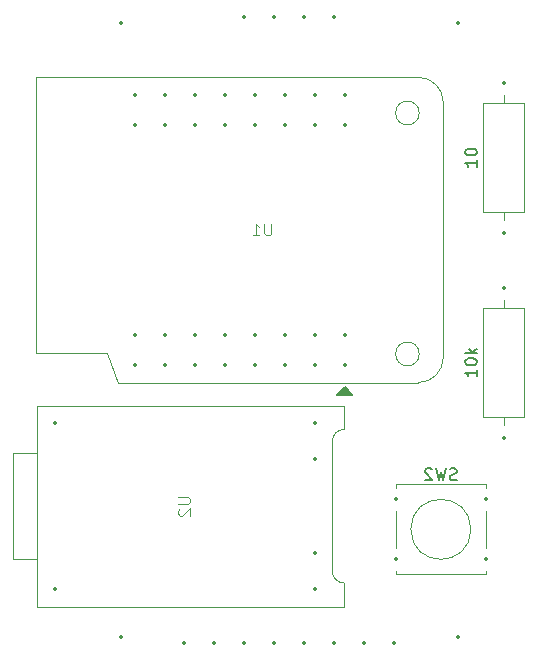
<source format=gbr>
%TF.GenerationSoftware,KiCad,Pcbnew,8.99.0-3407-g6a48e2c35a*%
%TF.CreationDate,2024-12-24T09:15:54+07:00*%
%TF.ProjectId,weather-dashboard,77656174-6865-4722-9d64-617368626f61,rev?*%
%TF.SameCoordinates,Original*%
%TF.FileFunction,Legend,Bot*%
%TF.FilePolarity,Positive*%
%FSLAX46Y46*%
G04 Gerber Fmt 4.6, Leading zero omitted, Abs format (unit mm)*
G04 Created by KiCad (PCBNEW 8.99.0-3407-g6a48e2c35a) date 2024-12-24 09:15:54*
%MOMM*%
%LPD*%
G01*
G04 APERTURE LIST*
%ADD10C,0.100000*%
%ADD11C,0.150000*%
%ADD12C,0.120000*%
%ADD13C,0.350000*%
G04 APERTURE END LIST*
D10*
X163457419Y-84238095D02*
X164266942Y-84238095D01*
X164266942Y-84238095D02*
X164362180Y-84285714D01*
X164362180Y-84285714D02*
X164409800Y-84333333D01*
X164409800Y-84333333D02*
X164457419Y-84428571D01*
X164457419Y-84428571D02*
X164457419Y-84619047D01*
X164457419Y-84619047D02*
X164409800Y-84714285D01*
X164409800Y-84714285D02*
X164362180Y-84761904D01*
X164362180Y-84761904D02*
X164266942Y-84809523D01*
X164266942Y-84809523D02*
X163457419Y-84809523D01*
X163552657Y-85238095D02*
X163505038Y-85285714D01*
X163505038Y-85285714D02*
X163457419Y-85380952D01*
X163457419Y-85380952D02*
X163457419Y-85619047D01*
X163457419Y-85619047D02*
X163505038Y-85714285D01*
X163505038Y-85714285D02*
X163552657Y-85761904D01*
X163552657Y-85761904D02*
X163647895Y-85809523D01*
X163647895Y-85809523D02*
X163743133Y-85809523D01*
X163743133Y-85809523D02*
X163885990Y-85761904D01*
X163885990Y-85761904D02*
X164457419Y-85190476D01*
X164457419Y-85190476D02*
X164457419Y-85809523D01*
D11*
X188734819Y-55690476D02*
X188734819Y-56261904D01*
X188734819Y-55976190D02*
X187734819Y-55976190D01*
X187734819Y-55976190D02*
X187877676Y-56071428D01*
X187877676Y-56071428D02*
X187972914Y-56166666D01*
X187972914Y-56166666D02*
X188020533Y-56261904D01*
X187734819Y-55071428D02*
X187734819Y-54976190D01*
X187734819Y-54976190D02*
X187782438Y-54880952D01*
X187782438Y-54880952D02*
X187830057Y-54833333D01*
X187830057Y-54833333D02*
X187925295Y-54785714D01*
X187925295Y-54785714D02*
X188115771Y-54738095D01*
X188115771Y-54738095D02*
X188353866Y-54738095D01*
X188353866Y-54738095D02*
X188544342Y-54785714D01*
X188544342Y-54785714D02*
X188639580Y-54833333D01*
X188639580Y-54833333D02*
X188687200Y-54880952D01*
X188687200Y-54880952D02*
X188734819Y-54976190D01*
X188734819Y-54976190D02*
X188734819Y-55071428D01*
X188734819Y-55071428D02*
X188687200Y-55166666D01*
X188687200Y-55166666D02*
X188639580Y-55214285D01*
X188639580Y-55214285D02*
X188544342Y-55261904D01*
X188544342Y-55261904D02*
X188353866Y-55309523D01*
X188353866Y-55309523D02*
X188115771Y-55309523D01*
X188115771Y-55309523D02*
X187925295Y-55261904D01*
X187925295Y-55261904D02*
X187830057Y-55214285D01*
X187830057Y-55214285D02*
X187782438Y-55166666D01*
X187782438Y-55166666D02*
X187734819Y-55071428D01*
X188734819Y-73445238D02*
X188734819Y-74016666D01*
X188734819Y-73730952D02*
X187734819Y-73730952D01*
X187734819Y-73730952D02*
X187877676Y-73826190D01*
X187877676Y-73826190D02*
X187972914Y-73921428D01*
X187972914Y-73921428D02*
X188020533Y-74016666D01*
X187734819Y-72826190D02*
X187734819Y-72730952D01*
X187734819Y-72730952D02*
X187782438Y-72635714D01*
X187782438Y-72635714D02*
X187830057Y-72588095D01*
X187830057Y-72588095D02*
X187925295Y-72540476D01*
X187925295Y-72540476D02*
X188115771Y-72492857D01*
X188115771Y-72492857D02*
X188353866Y-72492857D01*
X188353866Y-72492857D02*
X188544342Y-72540476D01*
X188544342Y-72540476D02*
X188639580Y-72588095D01*
X188639580Y-72588095D02*
X188687200Y-72635714D01*
X188687200Y-72635714D02*
X188734819Y-72730952D01*
X188734819Y-72730952D02*
X188734819Y-72826190D01*
X188734819Y-72826190D02*
X188687200Y-72921428D01*
X188687200Y-72921428D02*
X188639580Y-72969047D01*
X188639580Y-72969047D02*
X188544342Y-73016666D01*
X188544342Y-73016666D02*
X188353866Y-73064285D01*
X188353866Y-73064285D02*
X188115771Y-73064285D01*
X188115771Y-73064285D02*
X187925295Y-73016666D01*
X187925295Y-73016666D02*
X187830057Y-72969047D01*
X187830057Y-72969047D02*
X187782438Y-72921428D01*
X187782438Y-72921428D02*
X187734819Y-72826190D01*
X188734819Y-72064285D02*
X187734819Y-72064285D01*
X188353866Y-71969047D02*
X188734819Y-71683333D01*
X188068152Y-71683333D02*
X188449104Y-72064285D01*
D10*
X171321904Y-61067419D02*
X171321904Y-61876942D01*
X171321904Y-61876942D02*
X171274285Y-61972180D01*
X171274285Y-61972180D02*
X171226666Y-62019800D01*
X171226666Y-62019800D02*
X171131428Y-62067419D01*
X171131428Y-62067419D02*
X170940952Y-62067419D01*
X170940952Y-62067419D02*
X170845714Y-62019800D01*
X170845714Y-62019800D02*
X170798095Y-61972180D01*
X170798095Y-61972180D02*
X170750476Y-61876942D01*
X170750476Y-61876942D02*
X170750476Y-61067419D01*
X169750476Y-62067419D02*
X170321904Y-62067419D01*
X170036190Y-62067419D02*
X170036190Y-61067419D01*
X170036190Y-61067419D02*
X170131428Y-61210276D01*
X170131428Y-61210276D02*
X170226666Y-61305514D01*
X170226666Y-61305514D02*
X170321904Y-61353133D01*
D11*
X187023332Y-82747200D02*
X186880475Y-82794819D01*
X186880475Y-82794819D02*
X186642380Y-82794819D01*
X186642380Y-82794819D02*
X186547142Y-82747200D01*
X186547142Y-82747200D02*
X186499523Y-82699580D01*
X186499523Y-82699580D02*
X186451904Y-82604342D01*
X186451904Y-82604342D02*
X186451904Y-82509104D01*
X186451904Y-82509104D02*
X186499523Y-82413866D01*
X186499523Y-82413866D02*
X186547142Y-82366247D01*
X186547142Y-82366247D02*
X186642380Y-82318628D01*
X186642380Y-82318628D02*
X186832856Y-82271009D01*
X186832856Y-82271009D02*
X186928094Y-82223390D01*
X186928094Y-82223390D02*
X186975713Y-82175771D01*
X186975713Y-82175771D02*
X187023332Y-82080533D01*
X187023332Y-82080533D02*
X187023332Y-81985295D01*
X187023332Y-81985295D02*
X186975713Y-81890057D01*
X186975713Y-81890057D02*
X186928094Y-81842438D01*
X186928094Y-81842438D02*
X186832856Y-81794819D01*
X186832856Y-81794819D02*
X186594761Y-81794819D01*
X186594761Y-81794819D02*
X186451904Y-81842438D01*
X186118570Y-81794819D02*
X185880475Y-82794819D01*
X185880475Y-82794819D02*
X185689999Y-82080533D01*
X185689999Y-82080533D02*
X185499523Y-82794819D01*
X185499523Y-82794819D02*
X185261428Y-81794819D01*
X184928094Y-81890057D02*
X184880475Y-81842438D01*
X184880475Y-81842438D02*
X184785237Y-81794819D01*
X184785237Y-81794819D02*
X184547142Y-81794819D01*
X184547142Y-81794819D02*
X184451904Y-81842438D01*
X184451904Y-81842438D02*
X184404285Y-81890057D01*
X184404285Y-81890057D02*
X184356666Y-81985295D01*
X184356666Y-81985295D02*
X184356666Y-82080533D01*
X184356666Y-82080533D02*
X184404285Y-82223390D01*
X184404285Y-82223390D02*
X184975713Y-82794819D01*
X184975713Y-82794819D02*
X184356666Y-82794819D01*
D10*
%TO.C,U2*%
X151500000Y-76500000D02*
X151500000Y-93500000D01*
X151500000Y-76500000D02*
X177500000Y-76500000D01*
X151500000Y-93500000D02*
X177500000Y-93500000D01*
X176500000Y-79500000D02*
X176500000Y-90500000D01*
X177500000Y-78500000D02*
X177500000Y-76500000D01*
X177500000Y-93500000D02*
X177500000Y-91500000D01*
X149500000Y-80500000D02*
X151500000Y-80500000D01*
X151500000Y-89500000D01*
X149500000Y-89500000D01*
X149500000Y-80500000D01*
X176500000Y-79500000D02*
G75*
G02*
X177500000Y-78500000I999999J1D01*
G01*
X177500000Y-91500000D02*
G75*
G02*
X176500000Y-90500000I0J1000000D01*
G01*
D12*
%TO.C,R1*%
X189280000Y-50880000D02*
X192720000Y-50880000D01*
X189280000Y-60120000D02*
X189280000Y-50880000D01*
X191000000Y-50190000D02*
X191000000Y-50880000D01*
X191000000Y-60810000D02*
X191000000Y-60120000D01*
X192720000Y-50880000D02*
X192720000Y-60120000D01*
X192720000Y-60120000D02*
X189280000Y-60120000D01*
%TO.C,R2*%
X189280000Y-68230000D02*
X192720000Y-68230000D01*
X189280000Y-77470000D02*
X189280000Y-68230000D01*
X191000000Y-67540000D02*
X191000000Y-68230000D01*
X191000000Y-78160000D02*
X191000000Y-77470000D01*
X192720000Y-68230000D02*
X192720000Y-77470000D01*
X192720000Y-77470000D02*
X189280000Y-77470000D01*
%TO.C,U1*%
X151440000Y-48680000D02*
X183770000Y-48680000D01*
X151440000Y-72000000D02*
X151440000Y-48680000D01*
X157430000Y-72000000D02*
X151440000Y-72000000D01*
X158340000Y-74540000D02*
X157430000Y-72000000D01*
X158340000Y-74540000D02*
X183770000Y-74540000D01*
X185900000Y-50800000D02*
X185900000Y-72410000D01*
X183770000Y-48680000D02*
G75*
G02*
X185900000Y-50810000I0J-2130000D01*
G01*
X185900000Y-72410000D02*
G75*
G02*
X183770000Y-74540000I-2130002J2D01*
G01*
D10*
X183860000Y-51710000D02*
G75*
G02*
X181860000Y-51710000I-1000000J0D01*
G01*
X181860000Y-51710000D02*
G75*
G02*
X183860000Y-51710000I1000000J0D01*
G01*
X183860000Y-72110000D02*
G75*
G02*
X181860000Y-72110000I-1000000J0D01*
G01*
X181860000Y-72110000D02*
G75*
G02*
X183860000Y-72110000I1000000J0D01*
G01*
D11*
X178195000Y-75580000D02*
X176925000Y-75580000D01*
X177560000Y-74945000D01*
X178195000Y-75580000D01*
G36*
X178195000Y-75580000D02*
G01*
X176925000Y-75580000D01*
X177560000Y-74945000D01*
X178195000Y-75580000D01*
G37*
D12*
%TO.C,SW2*%
X181880000Y-83150000D02*
X181880000Y-83450000D01*
X181880000Y-85390000D02*
X181880000Y-88530000D01*
X181880000Y-90470000D02*
X181880000Y-90770000D01*
X181880000Y-90770000D02*
X189500000Y-90770000D01*
X189500000Y-83150000D02*
X181880000Y-83150000D01*
X189500000Y-83150000D02*
X189500000Y-83450000D01*
X189500000Y-85390000D02*
X189500000Y-88530000D01*
X189500000Y-90470000D02*
X189500000Y-90770000D01*
X188230000Y-86960000D02*
G75*
G02*
X183150000Y-86960000I-2540000J0D01*
G01*
X183150000Y-86960000D02*
G75*
G02*
X188230000Y-86960000I2540000J0D01*
G01*
%TD*%
D13*
X158604700Y-96099500D03*
X187104700Y-96099500D03*
X158604700Y-44099500D03*
X187104700Y-44099500D03*
X163964700Y-96599500D03*
X166504700Y-96599500D03*
X169044700Y-96599500D03*
X171584700Y-96599500D03*
X174124700Y-96599500D03*
X176664700Y-96599500D03*
X179204700Y-96599500D03*
X181744700Y-96599500D03*
X169044700Y-43599500D03*
X171584700Y-43599500D03*
X174124700Y-43599500D03*
X176664700Y-43599500D03*
X175000000Y-89000000D03*
X175000000Y-81000000D03*
X175000000Y-92000000D03*
X175000000Y-78000000D03*
X153000000Y-92000000D03*
X153000000Y-78000000D03*
X191000000Y-61850000D03*
X191000000Y-49150000D03*
X191000000Y-79200000D03*
X191000000Y-66500000D03*
X177560000Y-73040000D03*
X175020000Y-73040000D03*
X172480000Y-73040000D03*
X169940000Y-73040000D03*
X167400000Y-73040000D03*
X164860000Y-73040000D03*
X162320000Y-73040000D03*
X159780000Y-73040000D03*
X177560000Y-70500000D03*
X175020000Y-70500000D03*
X172480000Y-70500000D03*
X169940000Y-70500000D03*
X167400000Y-70500000D03*
X164860000Y-70500000D03*
X162320000Y-70500000D03*
X159780000Y-70500000D03*
X177560000Y-52720000D03*
X175020000Y-52720000D03*
X172480000Y-52720000D03*
X169940000Y-52720000D03*
X167400000Y-52720000D03*
X164860000Y-52720000D03*
X162320000Y-52720000D03*
X159780000Y-52720000D03*
X177560000Y-50180000D03*
X175020000Y-50180000D03*
X172480000Y-50180000D03*
X169940000Y-50180000D03*
X167400000Y-50180000D03*
X164860000Y-50180000D03*
X162320000Y-50180000D03*
X159780000Y-50180000D03*
X189500000Y-84420000D03*
X181880000Y-84420000D03*
X189500000Y-89500000D03*
X181880000Y-89500000D03*
M02*

</source>
